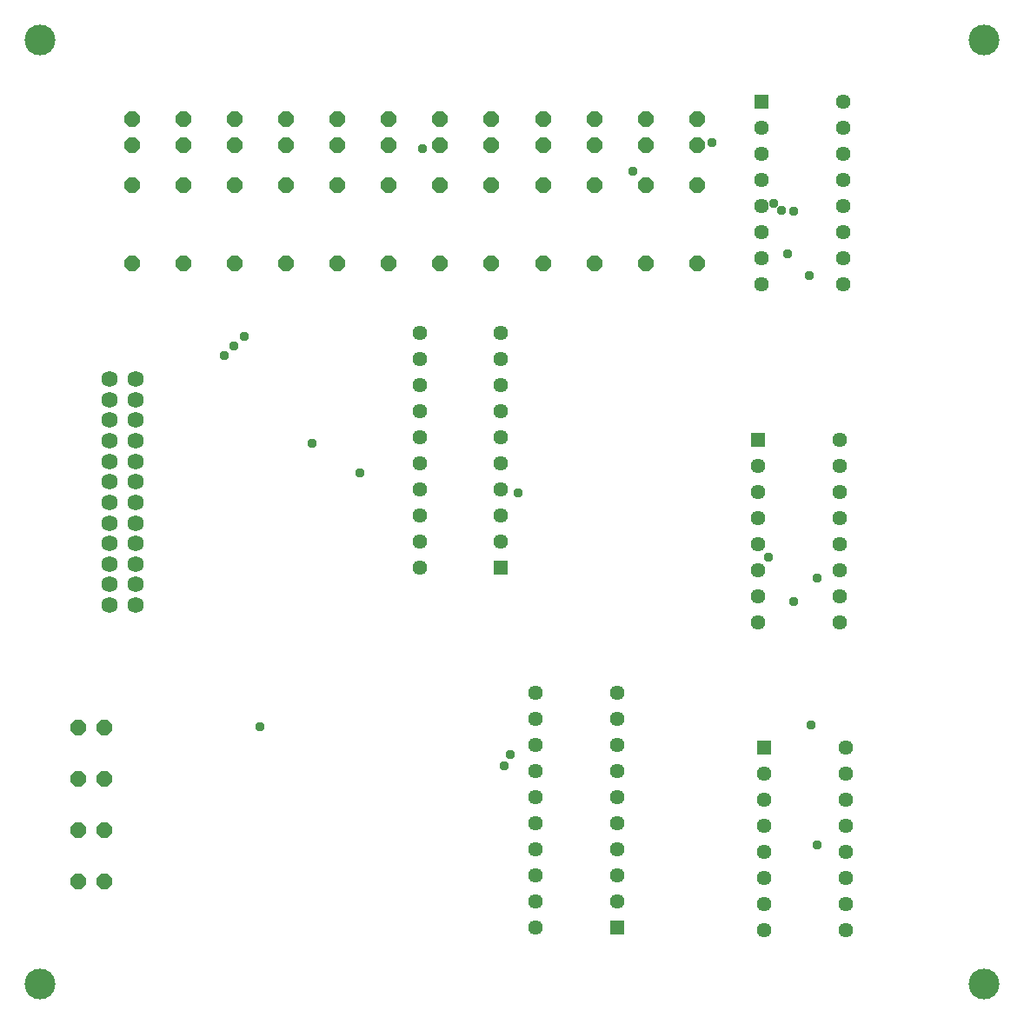
<source format=gbr>
G04 EAGLE Gerber RS-274X export*
G75*
%MOMM*%
%FSLAX34Y34*%
%LPD*%
%INSoldermask Top*%
%IPPOS*%
%AMOC8*
5,1,8,0,0,1.08239X$1,22.5*%
G01*
%ADD10R,1.441200X1.441200*%
%ADD11C,1.441200*%
%ADD12C,1.584200*%
%ADD13P,1.649562X8X292.500000*%
%ADD14P,1.649562X8X112.500000*%
%ADD15P,1.649562X8X22.500000*%
%ADD16C,3.003200*%
%ADD17C,0.959600*%


D10*
X602200Y95400D03*
D11*
X602200Y120800D03*
X602200Y146200D03*
X602200Y171600D03*
X602200Y197000D03*
X602200Y222400D03*
X602200Y247800D03*
X602200Y273200D03*
X602200Y298600D03*
X602200Y324000D03*
X522800Y324000D03*
X522800Y298600D03*
X522800Y273200D03*
X522800Y247800D03*
X522800Y222400D03*
X522800Y197000D03*
X522800Y171600D03*
X522800Y146200D03*
X522800Y120800D03*
X522800Y95400D03*
D10*
X489200Y445400D03*
D11*
X489200Y470800D03*
X489200Y496200D03*
X489200Y521600D03*
X489200Y547000D03*
X489200Y572400D03*
X489200Y597800D03*
X489200Y623200D03*
X489200Y648600D03*
X489200Y674000D03*
X409800Y674000D03*
X409800Y648600D03*
X409800Y623200D03*
X409800Y597800D03*
X409800Y572400D03*
X409800Y547000D03*
X409800Y521600D03*
X409800Y496200D03*
X409800Y470800D03*
X409800Y445400D03*
D12*
X107900Y409300D03*
X132900Y409300D03*
X107900Y429300D03*
X132900Y429300D03*
X107900Y449300D03*
X132900Y449300D03*
X107900Y469300D03*
X132900Y469300D03*
X107900Y489300D03*
X132900Y489300D03*
X107900Y509300D03*
X132900Y509300D03*
X107900Y529300D03*
X132900Y529300D03*
X107900Y549300D03*
X132900Y549300D03*
X107900Y569300D03*
X132900Y569300D03*
X107900Y589300D03*
X132900Y589300D03*
X107900Y609300D03*
X132900Y609300D03*
X107900Y629300D03*
X132900Y629300D03*
D10*
X745800Y270500D03*
D11*
X745800Y245100D03*
X745800Y219700D03*
X745800Y194300D03*
X745800Y168900D03*
X745800Y143500D03*
X745800Y118100D03*
X745800Y92700D03*
X825200Y92700D03*
X825200Y118100D03*
X825200Y143500D03*
X825200Y168900D03*
X825200Y194300D03*
X825200Y219700D03*
X825200Y245100D03*
X825200Y270500D03*
D10*
X739800Y569900D03*
D11*
X739800Y544500D03*
X739800Y519100D03*
X739800Y493700D03*
X739800Y468300D03*
X739800Y442900D03*
X739800Y417500D03*
X739800Y392100D03*
X819200Y392100D03*
X819200Y417500D03*
X819200Y442900D03*
X819200Y468300D03*
X819200Y493700D03*
X819200Y519100D03*
X819200Y544500D03*
X819200Y569900D03*
D10*
X742800Y899900D03*
D11*
X742800Y874500D03*
X742800Y849100D03*
X742800Y823700D03*
X742800Y798300D03*
X742800Y772900D03*
X742800Y747500D03*
X742800Y722100D03*
X822200Y722100D03*
X822200Y747500D03*
X822200Y772900D03*
X822200Y798300D03*
X822200Y823700D03*
X822200Y849100D03*
X822200Y874500D03*
X822200Y899900D03*
D13*
X630000Y818100D03*
X630000Y741900D03*
X580000Y818100D03*
X580000Y741900D03*
X530000Y818100D03*
X530000Y741900D03*
X480000Y818100D03*
X480000Y741900D03*
X430000Y818100D03*
X430000Y741900D03*
X380000Y818100D03*
X380000Y741900D03*
X330000Y818100D03*
X330000Y741900D03*
X280000Y818100D03*
X280000Y741900D03*
X230000Y818100D03*
X230000Y741900D03*
X180000Y818100D03*
X180000Y741900D03*
X130000Y818100D03*
X130000Y741900D03*
X680000Y818100D03*
X680000Y741900D03*
D14*
X130000Y857300D03*
X130000Y882700D03*
X630000Y857300D03*
X630000Y882700D03*
X580000Y857300D03*
X580000Y882700D03*
X530000Y857300D03*
X530000Y882700D03*
X480000Y857300D03*
X480000Y882700D03*
X430000Y857300D03*
X430000Y882700D03*
X380000Y857300D03*
X380000Y882700D03*
X330000Y857300D03*
X330000Y882700D03*
X280000Y857300D03*
X280000Y882700D03*
X230000Y857300D03*
X230000Y882700D03*
X180000Y857300D03*
X180000Y882700D03*
X680000Y857300D03*
X680000Y882700D03*
D15*
X77300Y290000D03*
X102700Y290000D03*
X77300Y240000D03*
X102700Y240000D03*
X77300Y190000D03*
X102700Y190000D03*
X77300Y140000D03*
X102700Y140000D03*
D16*
X40000Y40000D03*
X960000Y40000D03*
X960000Y960000D03*
X40000Y960000D03*
D17*
X492252Y252984D03*
X789432Y729996D03*
X505968Y518160D03*
X774192Y413004D03*
X797052Y435864D03*
X790956Y292608D03*
X239268Y670560D03*
X352044Y537972D03*
X228600Y661416D03*
X304800Y566928D03*
X219456Y652272D03*
X774192Y792480D03*
X768096Y751332D03*
X413004Y853440D03*
X254508Y291084D03*
X797052Y175260D03*
X617220Y832104D03*
X498348Y263652D03*
X762000Y794004D03*
X754380Y800100D03*
X694944Y859536D03*
X749808Y455676D03*
M02*

</source>
